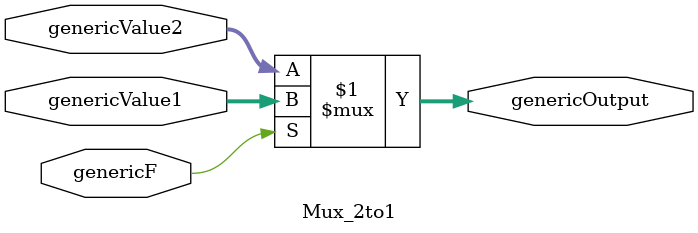
<source format=v>
/*------------------------------------------------------------------ 
-- Haley Whitman & Andrew Hill
-- May 2016
-- CAES: Computer Architecture and Embedded Systems Laboratory
-- University of Oregon
-- Eugene, OR
-- 
--  
-- Filename: Mux_2to1.v
--
-----------------------------------------------------------------*/

module Mux_2to1(
	input[31:0] genericValue1,
	input[31:0] genericValue2,
	input genericF,
	output[31:0] genericOutput
	);

assign genericOutput = (genericF) ? genericValue1 : genericValue2;

endmodule

</source>
